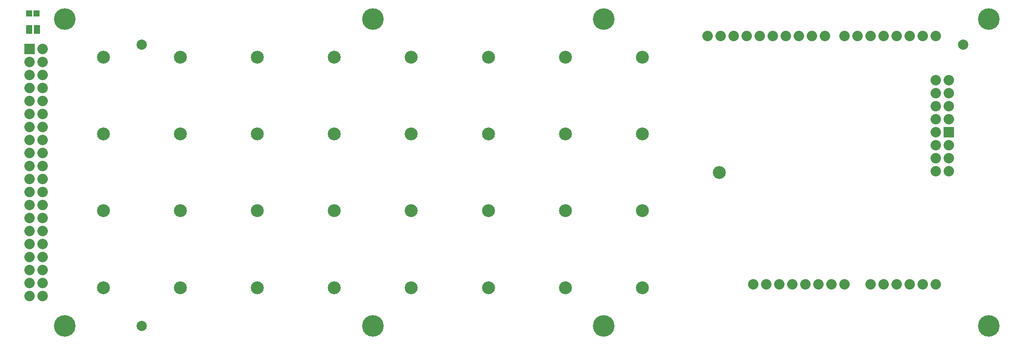
<source format=gts>
G04 (created by PCBNEW-RS274X (2012-apr-16-27)-stable) date Sun 25 Aug 2013 09:26:46 PM CEST*
G01*
G70*
G90*
%MOIN*%
G04 Gerber Fmt 3.4, Leading zero omitted, Abs format*
%FSLAX34Y34*%
G04 APERTURE LIST*
%ADD10C,0.006000*%
%ADD11C,0.098700*%
%ADD12R,0.045000X0.065000*%
%ADD13R,0.080000X0.080000*%
%ADD14C,0.080000*%
%ADD15C,0.165700*%
%ADD16R,0.051400X0.051400*%
%ADD17C,0.078800*%
G04 APERTURE END LIST*
G54D10*
G54D11*
X62992Y-35433D03*
X62992Y-23622D03*
X57087Y-23622D03*
X51181Y-23622D03*
X45276Y-23622D03*
X39370Y-23622D03*
X33465Y-23622D03*
X27559Y-23622D03*
X21654Y-23622D03*
X21654Y-41339D03*
X57087Y-35433D03*
X51181Y-35433D03*
X45276Y-35433D03*
X39370Y-35433D03*
X33465Y-35433D03*
X27559Y-35433D03*
X21654Y-35433D03*
X21654Y-29528D03*
X68898Y-32480D03*
X62992Y-29528D03*
X57087Y-29528D03*
X51181Y-29528D03*
X45276Y-29528D03*
X39370Y-29528D03*
X33465Y-29528D03*
X27559Y-29528D03*
X62992Y-41339D03*
X57087Y-41339D03*
X51181Y-41339D03*
X45276Y-41339D03*
X39370Y-41339D03*
X33465Y-41339D03*
X27559Y-41339D03*
G54D12*
X15950Y-21500D03*
X16550Y-21500D03*
G54D13*
X16000Y-23000D03*
G54D14*
X17000Y-23000D03*
X16000Y-28000D03*
X17000Y-24000D03*
X16000Y-29000D03*
X17000Y-25000D03*
X16000Y-30000D03*
X17000Y-26000D03*
X16000Y-31000D03*
X17000Y-27000D03*
X16000Y-32000D03*
X17000Y-28000D03*
X16000Y-33000D03*
X17000Y-29000D03*
X16000Y-34000D03*
X17000Y-30000D03*
X16000Y-35000D03*
X17000Y-31000D03*
X16000Y-36000D03*
X17000Y-32000D03*
X16000Y-37000D03*
X17000Y-33000D03*
X16000Y-38000D03*
X17000Y-34000D03*
X17000Y-35000D03*
X16000Y-39000D03*
X17000Y-36000D03*
X17000Y-38000D03*
X17000Y-39000D03*
X17000Y-40000D03*
X17000Y-41000D03*
X16000Y-40000D03*
X16000Y-41000D03*
X16000Y-24000D03*
X16000Y-25000D03*
X16000Y-26000D03*
X16000Y-27000D03*
X16000Y-42000D03*
X17000Y-42000D03*
X17000Y-37000D03*
X71490Y-41080D03*
X72490Y-41080D03*
X73490Y-41080D03*
X74490Y-41080D03*
X75490Y-41080D03*
X76490Y-41080D03*
X77490Y-41080D03*
X78490Y-41080D03*
X80480Y-41080D03*
X81480Y-41080D03*
X82480Y-41080D03*
X83480Y-41080D03*
X84480Y-41080D03*
X85480Y-41080D03*
X85510Y-30400D03*
X85510Y-31400D03*
X85510Y-32400D03*
X86510Y-32400D03*
X86510Y-31400D03*
X86510Y-30400D03*
X85510Y-22000D03*
X84510Y-22000D03*
X83510Y-22000D03*
X82510Y-22000D03*
X81510Y-22000D03*
X80510Y-22000D03*
X79510Y-22000D03*
X78510Y-22000D03*
X77000Y-22000D03*
X76000Y-22000D03*
X75000Y-22000D03*
X74000Y-22000D03*
X73000Y-22000D03*
X72000Y-22000D03*
X71000Y-22000D03*
X70000Y-22000D03*
X69000Y-22000D03*
X68000Y-22000D03*
G54D13*
X86510Y-29400D03*
G54D14*
X85510Y-29400D03*
X86510Y-28400D03*
X85510Y-28400D03*
X86510Y-27400D03*
X85510Y-27400D03*
X86510Y-26400D03*
X85510Y-26400D03*
X86510Y-25400D03*
X85510Y-25400D03*
G54D15*
X18701Y-20669D03*
X18701Y-44291D03*
X60039Y-20669D03*
X60039Y-44291D03*
X89567Y-20669D03*
X89567Y-44291D03*
X42323Y-20669D03*
X42323Y-44291D03*
G54D16*
X16545Y-20250D03*
X15955Y-20250D03*
G54D17*
X24606Y-44291D03*
X24606Y-22638D03*
X87598Y-22638D03*
M02*

</source>
